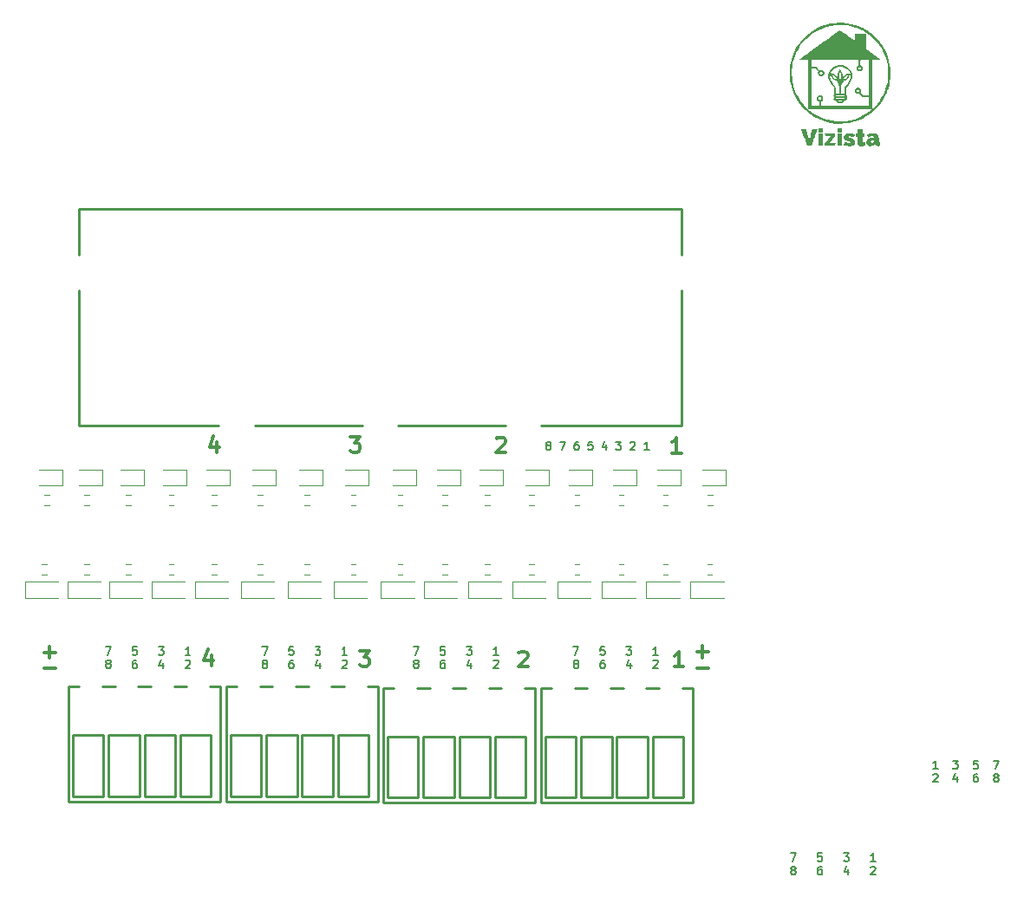
<source format=gto>
G04 #@! TF.GenerationSoftware,KiCad,Pcbnew,(6.0.9)*
G04 #@! TF.CreationDate,2023-11-10T22:20:43+05:30*
G04 #@! TF.ProjectId,RJ45-To-Terminal,524a3435-2d54-46f2-9d54-65726d696e61,2*
G04 #@! TF.SameCoordinates,Original*
G04 #@! TF.FileFunction,Legend,Top*
G04 #@! TF.FilePolarity,Positive*
%FSLAX46Y46*%
G04 Gerber Fmt 4.6, Leading zero omitted, Abs format (unit mm)*
G04 Created by KiCad (PCBNEW (6.0.9)) date 2023-11-10 22:20:43*
%MOMM*%
%LPD*%
G01*
G04 APERTURE LIST*
%ADD10C,0.300000*%
%ADD11C,0.200000*%
%ADD12C,0.254000*%
%ADD13C,0.120000*%
G04 APERTURE END LIST*
D10*
X179346171Y-107002971D02*
X178489028Y-107002971D01*
X178917600Y-107002971D02*
X178917600Y-105502971D01*
X178774742Y-105717257D01*
X178631885Y-105860114D01*
X178489028Y-105931542D01*
X133280114Y-105850571D02*
X133280114Y-106850571D01*
X132922971Y-105279142D02*
X132565828Y-106350571D01*
X133494400Y-106350571D01*
X163299828Y-105645828D02*
X163371257Y-105574400D01*
X163514114Y-105502971D01*
X163871257Y-105502971D01*
X164014114Y-105574400D01*
X164085542Y-105645828D01*
X164156971Y-105788685D01*
X164156971Y-105931542D01*
X164085542Y-106145828D01*
X163228400Y-107002971D01*
X164156971Y-107002971D01*
X147785200Y-105452171D02*
X148713771Y-105452171D01*
X148213771Y-106023600D01*
X148428057Y-106023600D01*
X148570914Y-106095028D01*
X148642342Y-106166457D01*
X148713771Y-106309314D01*
X148713771Y-106666457D01*
X148642342Y-106809314D01*
X148570914Y-106880742D01*
X148428057Y-106952171D01*
X147999485Y-106952171D01*
X147856628Y-106880742D01*
X147785200Y-106809314D01*
D11*
X122949219Y-105039104D02*
X123482552Y-105039104D01*
X123139695Y-105839104D01*
X125996838Y-105039104D02*
X125615885Y-105039104D01*
X125577790Y-105420057D01*
X125615885Y-105381961D01*
X125692076Y-105343866D01*
X125882552Y-105343866D01*
X125958742Y-105381961D01*
X125996838Y-105420057D01*
X126034933Y-105496247D01*
X126034933Y-105686723D01*
X125996838Y-105762914D01*
X125958742Y-105801009D01*
X125882552Y-105839104D01*
X125692076Y-105839104D01*
X125615885Y-105801009D01*
X125577790Y-105762914D01*
X128130171Y-105039104D02*
X128625409Y-105039104D01*
X128358742Y-105343866D01*
X128473028Y-105343866D01*
X128549219Y-105381961D01*
X128587314Y-105420057D01*
X128625409Y-105496247D01*
X128625409Y-105686723D01*
X128587314Y-105762914D01*
X128549219Y-105801009D01*
X128473028Y-105839104D01*
X128244457Y-105839104D01*
X128168266Y-105801009D01*
X128130171Y-105762914D01*
X131215885Y-105839104D02*
X130758742Y-105839104D01*
X130987314Y-105839104D02*
X130987314Y-105039104D01*
X130911123Y-105153390D01*
X130834933Y-105229580D01*
X130758742Y-105267676D01*
X123139695Y-106669961D02*
X123063504Y-106631866D01*
X123025409Y-106593771D01*
X122987314Y-106517580D01*
X122987314Y-106479485D01*
X123025409Y-106403295D01*
X123063504Y-106365200D01*
X123139695Y-106327104D01*
X123292076Y-106327104D01*
X123368266Y-106365200D01*
X123406361Y-106403295D01*
X123444457Y-106479485D01*
X123444457Y-106517580D01*
X123406361Y-106593771D01*
X123368266Y-106631866D01*
X123292076Y-106669961D01*
X123139695Y-106669961D01*
X123063504Y-106708057D01*
X123025409Y-106746152D01*
X122987314Y-106822342D01*
X122987314Y-106974723D01*
X123025409Y-107050914D01*
X123063504Y-107089009D01*
X123139695Y-107127104D01*
X123292076Y-107127104D01*
X123368266Y-107089009D01*
X123406361Y-107050914D01*
X123444457Y-106974723D01*
X123444457Y-106822342D01*
X123406361Y-106746152D01*
X123368266Y-106708057D01*
X123292076Y-106669961D01*
X125958742Y-106327104D02*
X125806361Y-106327104D01*
X125730171Y-106365200D01*
X125692076Y-106403295D01*
X125615885Y-106517580D01*
X125577790Y-106669961D01*
X125577790Y-106974723D01*
X125615885Y-107050914D01*
X125653980Y-107089009D01*
X125730171Y-107127104D01*
X125882552Y-107127104D01*
X125958742Y-107089009D01*
X125996838Y-107050914D01*
X126034933Y-106974723D01*
X126034933Y-106784247D01*
X125996838Y-106708057D01*
X125958742Y-106669961D01*
X125882552Y-106631866D01*
X125730171Y-106631866D01*
X125653980Y-106669961D01*
X125615885Y-106708057D01*
X125577790Y-106784247D01*
X128549219Y-106593771D02*
X128549219Y-107127104D01*
X128358742Y-106289009D02*
X128168266Y-106860438D01*
X128663504Y-106860438D01*
X130758742Y-106403295D02*
X130796838Y-106365200D01*
X130873028Y-106327104D01*
X131063504Y-106327104D01*
X131139695Y-106365200D01*
X131177790Y-106403295D01*
X131215885Y-106479485D01*
X131215885Y-106555676D01*
X131177790Y-106669961D01*
X130720647Y-107127104D01*
X131215885Y-107127104D01*
X138240019Y-105039104D02*
X138773352Y-105039104D01*
X138430495Y-105839104D01*
X141287638Y-105039104D02*
X140906685Y-105039104D01*
X140868590Y-105420057D01*
X140906685Y-105381961D01*
X140982876Y-105343866D01*
X141173352Y-105343866D01*
X141249542Y-105381961D01*
X141287638Y-105420057D01*
X141325733Y-105496247D01*
X141325733Y-105686723D01*
X141287638Y-105762914D01*
X141249542Y-105801009D01*
X141173352Y-105839104D01*
X140982876Y-105839104D01*
X140906685Y-105801009D01*
X140868590Y-105762914D01*
X143420971Y-105039104D02*
X143916209Y-105039104D01*
X143649542Y-105343866D01*
X143763828Y-105343866D01*
X143840019Y-105381961D01*
X143878114Y-105420057D01*
X143916209Y-105496247D01*
X143916209Y-105686723D01*
X143878114Y-105762914D01*
X143840019Y-105801009D01*
X143763828Y-105839104D01*
X143535257Y-105839104D01*
X143459066Y-105801009D01*
X143420971Y-105762914D01*
X146506685Y-105839104D02*
X146049542Y-105839104D01*
X146278114Y-105839104D02*
X146278114Y-105039104D01*
X146201923Y-105153390D01*
X146125733Y-105229580D01*
X146049542Y-105267676D01*
X138430495Y-106669961D02*
X138354304Y-106631866D01*
X138316209Y-106593771D01*
X138278114Y-106517580D01*
X138278114Y-106479485D01*
X138316209Y-106403295D01*
X138354304Y-106365200D01*
X138430495Y-106327104D01*
X138582876Y-106327104D01*
X138659066Y-106365200D01*
X138697161Y-106403295D01*
X138735257Y-106479485D01*
X138735257Y-106517580D01*
X138697161Y-106593771D01*
X138659066Y-106631866D01*
X138582876Y-106669961D01*
X138430495Y-106669961D01*
X138354304Y-106708057D01*
X138316209Y-106746152D01*
X138278114Y-106822342D01*
X138278114Y-106974723D01*
X138316209Y-107050914D01*
X138354304Y-107089009D01*
X138430495Y-107127104D01*
X138582876Y-107127104D01*
X138659066Y-107089009D01*
X138697161Y-107050914D01*
X138735257Y-106974723D01*
X138735257Y-106822342D01*
X138697161Y-106746152D01*
X138659066Y-106708057D01*
X138582876Y-106669961D01*
X141249542Y-106327104D02*
X141097161Y-106327104D01*
X141020971Y-106365200D01*
X140982876Y-106403295D01*
X140906685Y-106517580D01*
X140868590Y-106669961D01*
X140868590Y-106974723D01*
X140906685Y-107050914D01*
X140944780Y-107089009D01*
X141020971Y-107127104D01*
X141173352Y-107127104D01*
X141249542Y-107089009D01*
X141287638Y-107050914D01*
X141325733Y-106974723D01*
X141325733Y-106784247D01*
X141287638Y-106708057D01*
X141249542Y-106669961D01*
X141173352Y-106631866D01*
X141020971Y-106631866D01*
X140944780Y-106669961D01*
X140906685Y-106708057D01*
X140868590Y-106784247D01*
X143840019Y-106593771D02*
X143840019Y-107127104D01*
X143649542Y-106289009D02*
X143459066Y-106860438D01*
X143954304Y-106860438D01*
X146049542Y-106403295D02*
X146087638Y-106365200D01*
X146163828Y-106327104D01*
X146354304Y-106327104D01*
X146430495Y-106365200D01*
X146468590Y-106403295D01*
X146506685Y-106479485D01*
X146506685Y-106555676D01*
X146468590Y-106669961D01*
X146011447Y-107127104D01*
X146506685Y-107127104D01*
X153022819Y-105039104D02*
X153556152Y-105039104D01*
X153213295Y-105839104D01*
X156070438Y-105039104D02*
X155689485Y-105039104D01*
X155651390Y-105420057D01*
X155689485Y-105381961D01*
X155765676Y-105343866D01*
X155956152Y-105343866D01*
X156032342Y-105381961D01*
X156070438Y-105420057D01*
X156108533Y-105496247D01*
X156108533Y-105686723D01*
X156070438Y-105762914D01*
X156032342Y-105801009D01*
X155956152Y-105839104D01*
X155765676Y-105839104D01*
X155689485Y-105801009D01*
X155651390Y-105762914D01*
X158203771Y-105039104D02*
X158699009Y-105039104D01*
X158432342Y-105343866D01*
X158546628Y-105343866D01*
X158622819Y-105381961D01*
X158660914Y-105420057D01*
X158699009Y-105496247D01*
X158699009Y-105686723D01*
X158660914Y-105762914D01*
X158622819Y-105801009D01*
X158546628Y-105839104D01*
X158318057Y-105839104D01*
X158241866Y-105801009D01*
X158203771Y-105762914D01*
X161289485Y-105839104D02*
X160832342Y-105839104D01*
X161060914Y-105839104D02*
X161060914Y-105039104D01*
X160984723Y-105153390D01*
X160908533Y-105229580D01*
X160832342Y-105267676D01*
X153213295Y-106669961D02*
X153137104Y-106631866D01*
X153099009Y-106593771D01*
X153060914Y-106517580D01*
X153060914Y-106479485D01*
X153099009Y-106403295D01*
X153137104Y-106365200D01*
X153213295Y-106327104D01*
X153365676Y-106327104D01*
X153441866Y-106365200D01*
X153479961Y-106403295D01*
X153518057Y-106479485D01*
X153518057Y-106517580D01*
X153479961Y-106593771D01*
X153441866Y-106631866D01*
X153365676Y-106669961D01*
X153213295Y-106669961D01*
X153137104Y-106708057D01*
X153099009Y-106746152D01*
X153060914Y-106822342D01*
X153060914Y-106974723D01*
X153099009Y-107050914D01*
X153137104Y-107089009D01*
X153213295Y-107127104D01*
X153365676Y-107127104D01*
X153441866Y-107089009D01*
X153479961Y-107050914D01*
X153518057Y-106974723D01*
X153518057Y-106822342D01*
X153479961Y-106746152D01*
X153441866Y-106708057D01*
X153365676Y-106669961D01*
X156032342Y-106327104D02*
X155879961Y-106327104D01*
X155803771Y-106365200D01*
X155765676Y-106403295D01*
X155689485Y-106517580D01*
X155651390Y-106669961D01*
X155651390Y-106974723D01*
X155689485Y-107050914D01*
X155727580Y-107089009D01*
X155803771Y-107127104D01*
X155956152Y-107127104D01*
X156032342Y-107089009D01*
X156070438Y-107050914D01*
X156108533Y-106974723D01*
X156108533Y-106784247D01*
X156070438Y-106708057D01*
X156032342Y-106669961D01*
X155956152Y-106631866D01*
X155803771Y-106631866D01*
X155727580Y-106669961D01*
X155689485Y-106708057D01*
X155651390Y-106784247D01*
X158622819Y-106593771D02*
X158622819Y-107127104D01*
X158432342Y-106289009D02*
X158241866Y-106860438D01*
X158737104Y-106860438D01*
X160832342Y-106403295D02*
X160870438Y-106365200D01*
X160946628Y-106327104D01*
X161137104Y-106327104D01*
X161213295Y-106365200D01*
X161251390Y-106403295D01*
X161289485Y-106479485D01*
X161289485Y-106555676D01*
X161251390Y-106669961D01*
X160794247Y-107127104D01*
X161289485Y-107127104D01*
X168618419Y-105039104D02*
X169151752Y-105039104D01*
X168808895Y-105839104D01*
X171666038Y-105039104D02*
X171285085Y-105039104D01*
X171246990Y-105420057D01*
X171285085Y-105381961D01*
X171361276Y-105343866D01*
X171551752Y-105343866D01*
X171627942Y-105381961D01*
X171666038Y-105420057D01*
X171704133Y-105496247D01*
X171704133Y-105686723D01*
X171666038Y-105762914D01*
X171627942Y-105801009D01*
X171551752Y-105839104D01*
X171361276Y-105839104D01*
X171285085Y-105801009D01*
X171246990Y-105762914D01*
X173799371Y-105039104D02*
X174294609Y-105039104D01*
X174027942Y-105343866D01*
X174142228Y-105343866D01*
X174218419Y-105381961D01*
X174256514Y-105420057D01*
X174294609Y-105496247D01*
X174294609Y-105686723D01*
X174256514Y-105762914D01*
X174218419Y-105801009D01*
X174142228Y-105839104D01*
X173913657Y-105839104D01*
X173837466Y-105801009D01*
X173799371Y-105762914D01*
X176885085Y-105839104D02*
X176427942Y-105839104D01*
X176656514Y-105839104D02*
X176656514Y-105039104D01*
X176580323Y-105153390D01*
X176504133Y-105229580D01*
X176427942Y-105267676D01*
X168808895Y-106669961D02*
X168732704Y-106631866D01*
X168694609Y-106593771D01*
X168656514Y-106517580D01*
X168656514Y-106479485D01*
X168694609Y-106403295D01*
X168732704Y-106365200D01*
X168808895Y-106327104D01*
X168961276Y-106327104D01*
X169037466Y-106365200D01*
X169075561Y-106403295D01*
X169113657Y-106479485D01*
X169113657Y-106517580D01*
X169075561Y-106593771D01*
X169037466Y-106631866D01*
X168961276Y-106669961D01*
X168808895Y-106669961D01*
X168732704Y-106708057D01*
X168694609Y-106746152D01*
X168656514Y-106822342D01*
X168656514Y-106974723D01*
X168694609Y-107050914D01*
X168732704Y-107089009D01*
X168808895Y-107127104D01*
X168961276Y-107127104D01*
X169037466Y-107089009D01*
X169075561Y-107050914D01*
X169113657Y-106974723D01*
X169113657Y-106822342D01*
X169075561Y-106746152D01*
X169037466Y-106708057D01*
X168961276Y-106669961D01*
X171627942Y-106327104D02*
X171475561Y-106327104D01*
X171399371Y-106365200D01*
X171361276Y-106403295D01*
X171285085Y-106517580D01*
X171246990Y-106669961D01*
X171246990Y-106974723D01*
X171285085Y-107050914D01*
X171323180Y-107089009D01*
X171399371Y-107127104D01*
X171551752Y-107127104D01*
X171627942Y-107089009D01*
X171666038Y-107050914D01*
X171704133Y-106974723D01*
X171704133Y-106784247D01*
X171666038Y-106708057D01*
X171627942Y-106669961D01*
X171551752Y-106631866D01*
X171399371Y-106631866D01*
X171323180Y-106669961D01*
X171285085Y-106708057D01*
X171246990Y-106784247D01*
X174218419Y-106593771D02*
X174218419Y-107127104D01*
X174027942Y-106289009D02*
X173837466Y-106860438D01*
X174332704Y-106860438D01*
X176427942Y-106403295D02*
X176466038Y-106365200D01*
X176542228Y-106327104D01*
X176732704Y-106327104D01*
X176808895Y-106365200D01*
X176846990Y-106403295D01*
X176885085Y-106479485D01*
X176885085Y-106555676D01*
X176846990Y-106669961D01*
X176389847Y-107127104D01*
X176885085Y-107127104D01*
X189852819Y-125206704D02*
X190386152Y-125206704D01*
X190043295Y-126006704D01*
X192900438Y-125206704D02*
X192519485Y-125206704D01*
X192481390Y-125587657D01*
X192519485Y-125549561D01*
X192595676Y-125511466D01*
X192786152Y-125511466D01*
X192862342Y-125549561D01*
X192900438Y-125587657D01*
X192938533Y-125663847D01*
X192938533Y-125854323D01*
X192900438Y-125930514D01*
X192862342Y-125968609D01*
X192786152Y-126006704D01*
X192595676Y-126006704D01*
X192519485Y-125968609D01*
X192481390Y-125930514D01*
X195033771Y-125206704D02*
X195529009Y-125206704D01*
X195262342Y-125511466D01*
X195376628Y-125511466D01*
X195452819Y-125549561D01*
X195490914Y-125587657D01*
X195529009Y-125663847D01*
X195529009Y-125854323D01*
X195490914Y-125930514D01*
X195452819Y-125968609D01*
X195376628Y-126006704D01*
X195148057Y-126006704D01*
X195071866Y-125968609D01*
X195033771Y-125930514D01*
X198119485Y-126006704D02*
X197662342Y-126006704D01*
X197890914Y-126006704D02*
X197890914Y-125206704D01*
X197814723Y-125320990D01*
X197738533Y-125397180D01*
X197662342Y-125435276D01*
X190043295Y-126837561D02*
X189967104Y-126799466D01*
X189929009Y-126761371D01*
X189890914Y-126685180D01*
X189890914Y-126647085D01*
X189929009Y-126570895D01*
X189967104Y-126532800D01*
X190043295Y-126494704D01*
X190195676Y-126494704D01*
X190271866Y-126532800D01*
X190309961Y-126570895D01*
X190348057Y-126647085D01*
X190348057Y-126685180D01*
X190309961Y-126761371D01*
X190271866Y-126799466D01*
X190195676Y-126837561D01*
X190043295Y-126837561D01*
X189967104Y-126875657D01*
X189929009Y-126913752D01*
X189890914Y-126989942D01*
X189890914Y-127142323D01*
X189929009Y-127218514D01*
X189967104Y-127256609D01*
X190043295Y-127294704D01*
X190195676Y-127294704D01*
X190271866Y-127256609D01*
X190309961Y-127218514D01*
X190348057Y-127142323D01*
X190348057Y-126989942D01*
X190309961Y-126913752D01*
X190271866Y-126875657D01*
X190195676Y-126837561D01*
X192862342Y-126494704D02*
X192709961Y-126494704D01*
X192633771Y-126532800D01*
X192595676Y-126570895D01*
X192519485Y-126685180D01*
X192481390Y-126837561D01*
X192481390Y-127142323D01*
X192519485Y-127218514D01*
X192557580Y-127256609D01*
X192633771Y-127294704D01*
X192786152Y-127294704D01*
X192862342Y-127256609D01*
X192900438Y-127218514D01*
X192938533Y-127142323D01*
X192938533Y-126951847D01*
X192900438Y-126875657D01*
X192862342Y-126837561D01*
X192786152Y-126799466D01*
X192633771Y-126799466D01*
X192557580Y-126837561D01*
X192519485Y-126875657D01*
X192481390Y-126951847D01*
X195452819Y-126761371D02*
X195452819Y-127294704D01*
X195262342Y-126456609D02*
X195071866Y-127028038D01*
X195567104Y-127028038D01*
X197662342Y-126570895D02*
X197700438Y-126532800D01*
X197776628Y-126494704D01*
X197967104Y-126494704D01*
X198043295Y-126532800D01*
X198081390Y-126570895D01*
X198119485Y-126647085D01*
X198119485Y-126723276D01*
X198081390Y-126837561D01*
X197624247Y-127294704D01*
X198119485Y-127294704D01*
X204204386Y-116956505D02*
X203747243Y-116956505D01*
X203975815Y-116956505D02*
X203975815Y-116156505D01*
X203899624Y-116270791D01*
X203823434Y-116346981D01*
X203747243Y-116385077D01*
X205690100Y-116156505D02*
X206185339Y-116156505D01*
X205918672Y-116461267D01*
X206032958Y-116461267D01*
X206109148Y-116499362D01*
X206147243Y-116537458D01*
X206185339Y-116613648D01*
X206185339Y-116804124D01*
X206147243Y-116880315D01*
X206109148Y-116918410D01*
X206032958Y-116956505D01*
X205804386Y-116956505D01*
X205728196Y-116918410D01*
X205690100Y-116880315D01*
X208128196Y-116156505D02*
X207747243Y-116156505D01*
X207709148Y-116537458D01*
X207747243Y-116499362D01*
X207823434Y-116461267D01*
X208013910Y-116461267D01*
X208090100Y-116499362D01*
X208128196Y-116537458D01*
X208166291Y-116613648D01*
X208166291Y-116804124D01*
X208128196Y-116880315D01*
X208090100Y-116918410D01*
X208013910Y-116956505D01*
X207823434Y-116956505D01*
X207747243Y-116918410D01*
X207709148Y-116880315D01*
X209652005Y-116156505D02*
X210185339Y-116156505D01*
X209842481Y-116956505D01*
X203747243Y-117520696D02*
X203785339Y-117482601D01*
X203861529Y-117444505D01*
X204052005Y-117444505D01*
X204128196Y-117482601D01*
X204166291Y-117520696D01*
X204204386Y-117596886D01*
X204204386Y-117673077D01*
X204166291Y-117787362D01*
X203709148Y-118244505D01*
X204204386Y-118244505D01*
X206109148Y-117711172D02*
X206109148Y-118244505D01*
X205918672Y-117406410D02*
X205728196Y-117977839D01*
X206223434Y-117977839D01*
X208090100Y-117444505D02*
X207937720Y-117444505D01*
X207861529Y-117482601D01*
X207823434Y-117520696D01*
X207747243Y-117634981D01*
X207709148Y-117787362D01*
X207709148Y-118092124D01*
X207747243Y-118168315D01*
X207785339Y-118206410D01*
X207861529Y-118244505D01*
X208013910Y-118244505D01*
X208090100Y-118206410D01*
X208128196Y-118168315D01*
X208166291Y-118092124D01*
X208166291Y-117901648D01*
X208128196Y-117825458D01*
X208090100Y-117787362D01*
X208013910Y-117749267D01*
X207861529Y-117749267D01*
X207785339Y-117787362D01*
X207747243Y-117825458D01*
X207709148Y-117901648D01*
X209842481Y-117787362D02*
X209766291Y-117749267D01*
X209728196Y-117711172D01*
X209690100Y-117634981D01*
X209690100Y-117596886D01*
X209728196Y-117520696D01*
X209766291Y-117482601D01*
X209842481Y-117444505D01*
X209994862Y-117444505D01*
X210071053Y-117482601D01*
X210109148Y-117520696D01*
X210147243Y-117596886D01*
X210147243Y-117634981D01*
X210109148Y-117711172D01*
X210071053Y-117749267D01*
X209994862Y-117787362D01*
X209842481Y-117787362D01*
X209766291Y-117825458D01*
X209728196Y-117863553D01*
X209690100Y-117939743D01*
X209690100Y-118092124D01*
X209728196Y-118168315D01*
X209766291Y-118206410D01*
X209842481Y-118244505D01*
X209994862Y-118244505D01*
X210071053Y-118206410D01*
X210109148Y-118168315D01*
X210147243Y-118092124D01*
X210147243Y-117939743D01*
X210109148Y-117863553D01*
X210071053Y-117825458D01*
X209994862Y-117787362D01*
X166116609Y-85350361D02*
X166040419Y-85312266D01*
X166002323Y-85274171D01*
X165964228Y-85197980D01*
X165964228Y-85159885D01*
X166002323Y-85083695D01*
X166040419Y-85045600D01*
X166116609Y-85007504D01*
X166268990Y-85007504D01*
X166345180Y-85045600D01*
X166383276Y-85083695D01*
X166421371Y-85159885D01*
X166421371Y-85197980D01*
X166383276Y-85274171D01*
X166345180Y-85312266D01*
X166268990Y-85350361D01*
X166116609Y-85350361D01*
X166040419Y-85388457D01*
X166002323Y-85426552D01*
X165964228Y-85502742D01*
X165964228Y-85655123D01*
X166002323Y-85731314D01*
X166040419Y-85769409D01*
X166116609Y-85807504D01*
X166268990Y-85807504D01*
X166345180Y-85769409D01*
X166383276Y-85731314D01*
X166421371Y-85655123D01*
X166421371Y-85502742D01*
X166383276Y-85426552D01*
X166345180Y-85388457D01*
X166268990Y-85350361D01*
X167297561Y-85007504D02*
X167830895Y-85007504D01*
X167488038Y-85807504D01*
X169088038Y-85007504D02*
X168935657Y-85007504D01*
X168859466Y-85045600D01*
X168821371Y-85083695D01*
X168745180Y-85197980D01*
X168707085Y-85350361D01*
X168707085Y-85655123D01*
X168745180Y-85731314D01*
X168783276Y-85769409D01*
X168859466Y-85807504D01*
X169011847Y-85807504D01*
X169088038Y-85769409D01*
X169126133Y-85731314D01*
X169164228Y-85655123D01*
X169164228Y-85464647D01*
X169126133Y-85388457D01*
X169088038Y-85350361D01*
X169011847Y-85312266D01*
X168859466Y-85312266D01*
X168783276Y-85350361D01*
X168745180Y-85388457D01*
X168707085Y-85464647D01*
X170497561Y-85007504D02*
X170116609Y-85007504D01*
X170078514Y-85388457D01*
X170116609Y-85350361D01*
X170192800Y-85312266D01*
X170383276Y-85312266D01*
X170459466Y-85350361D01*
X170497561Y-85388457D01*
X170535657Y-85464647D01*
X170535657Y-85655123D01*
X170497561Y-85731314D01*
X170459466Y-85769409D01*
X170383276Y-85807504D01*
X170192800Y-85807504D01*
X170116609Y-85769409D01*
X170078514Y-85731314D01*
X171830895Y-85274171D02*
X171830895Y-85807504D01*
X171640419Y-84969409D02*
X171449942Y-85540838D01*
X171945180Y-85540838D01*
X172783276Y-85007504D02*
X173278514Y-85007504D01*
X173011847Y-85312266D01*
X173126133Y-85312266D01*
X173202323Y-85350361D01*
X173240419Y-85388457D01*
X173278514Y-85464647D01*
X173278514Y-85655123D01*
X173240419Y-85731314D01*
X173202323Y-85769409D01*
X173126133Y-85807504D01*
X172897561Y-85807504D01*
X172821371Y-85769409D01*
X172783276Y-85731314D01*
X174192800Y-85083695D02*
X174230895Y-85045600D01*
X174307085Y-85007504D01*
X174497561Y-85007504D01*
X174573752Y-85045600D01*
X174611847Y-85083695D01*
X174649942Y-85159885D01*
X174649942Y-85236076D01*
X174611847Y-85350361D01*
X174154704Y-85807504D01*
X174649942Y-85807504D01*
X176021371Y-85807504D02*
X175564228Y-85807504D01*
X175792800Y-85807504D02*
X175792800Y-85007504D01*
X175716609Y-85121790D01*
X175640419Y-85197980D01*
X175564228Y-85236076D01*
D10*
X133838914Y-85022571D02*
X133838914Y-86022571D01*
X133481771Y-84451142D02*
X133124628Y-85522571D01*
X134053200Y-85522571D01*
X180682971Y-105517142D02*
X181825828Y-105517142D01*
X181254400Y-106088571D02*
X181254400Y-104945714D01*
X180682971Y-107091942D02*
X181825828Y-107091942D01*
X146870800Y-84522571D02*
X147799371Y-84522571D01*
X147299371Y-85094000D01*
X147513657Y-85094000D01*
X147656514Y-85165428D01*
X147727942Y-85236857D01*
X147799371Y-85379714D01*
X147799371Y-85736857D01*
X147727942Y-85879714D01*
X147656514Y-85951142D01*
X147513657Y-86022571D01*
X147085085Y-86022571D01*
X146942228Y-85951142D01*
X146870800Y-85879714D01*
X116928971Y-105567942D02*
X118071828Y-105567942D01*
X117500400Y-106139371D02*
X117500400Y-104996514D01*
X116928971Y-107142742D02*
X118071828Y-107142742D01*
X161115428Y-84716228D02*
X161186857Y-84644800D01*
X161329714Y-84573371D01*
X161686857Y-84573371D01*
X161829714Y-84644800D01*
X161901142Y-84716228D01*
X161972571Y-84859085D01*
X161972571Y-85001942D01*
X161901142Y-85216228D01*
X161044000Y-86073371D01*
X161972571Y-86073371D01*
X179142971Y-86124171D02*
X178285828Y-86124171D01*
X178714400Y-86124171D02*
X178714400Y-84624171D01*
X178571542Y-84838457D01*
X178428685Y-84981314D01*
X178285828Y-85052742D01*
G36*
X191092285Y-47680562D02*
G01*
X190635410Y-47675087D01*
X190781660Y-47571725D01*
X190836738Y-47532589D01*
X190924309Y-47470074D01*
X191043800Y-47384591D01*
X191194636Y-47276552D01*
X191376242Y-47146370D01*
X191588044Y-46994456D01*
X191829468Y-46821224D01*
X192099939Y-46627084D01*
X192398883Y-46412450D01*
X192725724Y-46177733D01*
X193079890Y-45923345D01*
X193460804Y-45649699D01*
X193581022Y-45563327D01*
X193764485Y-45431927D01*
X193938789Y-45307887D01*
X194101031Y-45193221D01*
X194248306Y-45089944D01*
X194377710Y-45000071D01*
X194486339Y-44925616D01*
X194571290Y-44868594D01*
X194629658Y-44831018D01*
X194658539Y-44814904D01*
X194660573Y-44814435D01*
X194684226Y-44826258D01*
X194737221Y-44859560D01*
X194815947Y-44911865D01*
X194916796Y-44980698D01*
X195036159Y-45063581D01*
X195170427Y-45158039D01*
X195315991Y-45261594D01*
X195398880Y-45321043D01*
X196101607Y-45826474D01*
X196111791Y-45487910D01*
X196121976Y-45149346D01*
X197221896Y-45149346D01*
X197234514Y-46636274D01*
X197380971Y-46739919D01*
X197432845Y-46776806D01*
X197512682Y-46833809D01*
X197615368Y-46907265D01*
X197735787Y-46993511D01*
X197868824Y-47088883D01*
X198009365Y-47189720D01*
X198106307Y-47259325D01*
X198685186Y-47675087D01*
X198243797Y-47680577D01*
X197802409Y-47686066D01*
X197801259Y-50022999D01*
X197800961Y-50406508D01*
X197800452Y-50750926D01*
X197799716Y-51057898D01*
X197798734Y-51329070D01*
X197797489Y-51566087D01*
X197795964Y-51770595D01*
X197794142Y-51944239D01*
X197792005Y-52088666D01*
X197789535Y-52205520D01*
X197786715Y-52296448D01*
X197783528Y-52363096D01*
X197779957Y-52407108D01*
X197775984Y-52430130D01*
X197775798Y-52430691D01*
X197745492Y-52485863D01*
X197704355Y-52525075D01*
X197700564Y-52527143D01*
X197685710Y-52530789D01*
X197655172Y-52534099D01*
X197607275Y-52537087D01*
X197540345Y-52539768D01*
X197452708Y-52542154D01*
X197342690Y-52544262D01*
X197208618Y-52546105D01*
X197048815Y-52547698D01*
X196861610Y-52549054D01*
X196645327Y-52550188D01*
X196398292Y-52551115D01*
X196118831Y-52551849D01*
X195805270Y-52552403D01*
X195455936Y-52552793D01*
X195069152Y-52553033D01*
X194658941Y-52553135D01*
X191668241Y-52553435D01*
X191608701Y-52493896D01*
X191549161Y-52434356D01*
X191549161Y-48377814D01*
X191895432Y-48377814D01*
X192352774Y-48377814D01*
X192500445Y-48524499D01*
X192648116Y-48671185D01*
X192800217Y-48672174D01*
X192879687Y-48673840D01*
X192931562Y-48680354D01*
X192968982Y-48695897D01*
X193005083Y-48724649D01*
X193025150Y-48743739D01*
X193090719Y-48830826D01*
X193121741Y-48925053D01*
X193121621Y-49019993D01*
X193093762Y-49109215D01*
X193041570Y-49186293D01*
X192968449Y-49244795D01*
X192877801Y-49278296D01*
X192773032Y-49280364D01*
X192743864Y-49274952D01*
X192642591Y-49233409D01*
X192568551Y-49163142D01*
X192523950Y-49067571D01*
X192513023Y-48968512D01*
X192669450Y-48968512D01*
X192686379Y-49018343D01*
X192727808Y-49067607D01*
X192779694Y-49102540D01*
X192814885Y-49111094D01*
X192861955Y-49097540D01*
X192907471Y-49066805D01*
X192947763Y-49006019D01*
X192950562Y-48941144D01*
X192916182Y-48881720D01*
X192900945Y-48868145D01*
X192852170Y-48838587D01*
X192809081Y-48825936D01*
X192808359Y-48825929D01*
X192761780Y-48842528D01*
X192714093Y-48882889D01*
X192679088Y-48932857D01*
X192669450Y-48968512D01*
X192513023Y-48968512D01*
X192510994Y-48950118D01*
X192513022Y-48917049D01*
X192524695Y-48792046D01*
X192397927Y-48666405D01*
X192271160Y-48540765D01*
X191895432Y-48540765D01*
X191895432Y-52207164D01*
X192608343Y-52207164D01*
X192608343Y-51768313D01*
X192539845Y-51731424D01*
X192468544Y-51672355D01*
X192414714Y-51587989D01*
X192386557Y-51492698D01*
X192385368Y-51474988D01*
X192567876Y-51474988D01*
X192576466Y-51534332D01*
X192583769Y-51549253D01*
X192620567Y-51579015D01*
X192675268Y-51599253D01*
X192725114Y-51602019D01*
X192730556Y-51600510D01*
X192770632Y-51578858D01*
X192796755Y-51559291D01*
X192825080Y-51511305D01*
X192830293Y-51447943D01*
X192812209Y-51387502D01*
X192798690Y-51368552D01*
X192747479Y-51338816D01*
X192681992Y-51333600D01*
X192620738Y-51353242D01*
X192604855Y-51365012D01*
X192578148Y-51411478D01*
X192567876Y-51474988D01*
X192385368Y-51474988D01*
X192384285Y-51458847D01*
X192403411Y-51364934D01*
X192456948Y-51274210D01*
X192533453Y-51200777D01*
X192606295Y-51168036D01*
X192696519Y-51156509D01*
X192787152Y-51166231D01*
X192861216Y-51197230D01*
X192865294Y-51200163D01*
X192944376Y-51272524D01*
X192989038Y-51350289D01*
X193005198Y-51444577D01*
X193005536Y-51463700D01*
X192991908Y-51568025D01*
X192947824Y-51650916D01*
X192868487Y-51720922D01*
X192856944Y-51728495D01*
X192793232Y-51769233D01*
X192792448Y-51988199D01*
X192791663Y-52207164D01*
X197456964Y-52207164D01*
X197451459Y-51784510D01*
X197445953Y-51361856D01*
X197166251Y-51351671D01*
X196886548Y-51341487D01*
X196718135Y-51174417D01*
X196645755Y-51103160D01*
X196594826Y-51056147D01*
X196557959Y-51028850D01*
X196527764Y-51016740D01*
X196496852Y-51015292D01*
X196464554Y-51019052D01*
X196385825Y-51019770D01*
X196308020Y-50995128D01*
X196291418Y-50987229D01*
X196202064Y-50928737D01*
X196146505Y-50854579D01*
X196118932Y-50756134D01*
X196116802Y-50736529D01*
X196283920Y-50736529D01*
X196285742Y-50743174D01*
X196323096Y-50803524D01*
X196380880Y-50836893D01*
X196447026Y-50840256D01*
X196509463Y-50810586D01*
X196519169Y-50801711D01*
X196554553Y-50743420D01*
X196556897Y-50682164D01*
X196532183Y-50626679D01*
X196486392Y-50585698D01*
X196425508Y-50567957D01*
X196365860Y-50577860D01*
X196317231Y-50615449D01*
X196286988Y-50674386D01*
X196283920Y-50736529D01*
X196116802Y-50736529D01*
X196115712Y-50726500D01*
X196113695Y-50653079D01*
X196125678Y-50598732D01*
X196156364Y-50542870D01*
X196158353Y-50539851D01*
X196234823Y-50458960D01*
X196332648Y-50408819D01*
X196426507Y-50394333D01*
X196528449Y-50412425D01*
X196615400Y-50461698D01*
X196682207Y-50534649D01*
X196723716Y-50623773D01*
X196734777Y-50721566D01*
X196713695Y-50812592D01*
X196681456Y-50889751D01*
X196981814Y-51190109D01*
X197213884Y-51184322D01*
X197445953Y-51178536D01*
X197445953Y-47715825D01*
X196671936Y-47715825D01*
X196666223Y-47964500D01*
X196660511Y-48213175D01*
X196720439Y-48244165D01*
X196807641Y-48309749D01*
X196864524Y-48395520D01*
X196889708Y-48493090D01*
X196881814Y-48594073D01*
X196839462Y-48690081D01*
X196801540Y-48737151D01*
X196711627Y-48803815D01*
X196611344Y-48834317D01*
X196508561Y-48828553D01*
X196411146Y-48786423D01*
X196357785Y-48742887D01*
X196293650Y-48653487D01*
X196265671Y-48555430D01*
X196267874Y-48523250D01*
X196437693Y-48523250D01*
X196451247Y-48570319D01*
X196481982Y-48615835D01*
X196542768Y-48656127D01*
X196607643Y-48658926D01*
X196667067Y-48624546D01*
X196680642Y-48609309D01*
X196710200Y-48560534D01*
X196722851Y-48517445D01*
X196722858Y-48516723D01*
X196706259Y-48470144D01*
X196665898Y-48422457D01*
X196615930Y-48387452D01*
X196580276Y-48377814D01*
X196530445Y-48394744D01*
X196481180Y-48436172D01*
X196446247Y-48488058D01*
X196437693Y-48523250D01*
X196267874Y-48523250D01*
X196272482Y-48455927D01*
X196312718Y-48362189D01*
X196385014Y-48281428D01*
X196453589Y-48236673D01*
X196473017Y-48224858D01*
X196485886Y-48208232D01*
X196493301Y-48179397D01*
X196496369Y-48130950D01*
X196496199Y-48055491D01*
X196494326Y-47964296D01*
X196488616Y-47715825D01*
X194192024Y-47710645D01*
X191895432Y-47705466D01*
X191895432Y-48377814D01*
X191549161Y-48377814D01*
X191549161Y-47686037D01*
X191092285Y-47680562D01*
G37*
G36*
X197323592Y-55490274D02*
G01*
X197396019Y-55422771D01*
X197498244Y-55366168D01*
X197504585Y-55363338D01*
X197609496Y-55331781D01*
X197734609Y-55316716D01*
X197862291Y-55319538D01*
X197929714Y-55329737D01*
X197979302Y-55338004D01*
X198000925Y-55331239D01*
X198006044Y-55304659D01*
X198006098Y-55297866D01*
X197998315Y-55240001D01*
X197970975Y-55201990D01*
X197918094Y-55180336D01*
X197833686Y-55171539D01*
X197788733Y-55170837D01*
X197699356Y-55173077D01*
X197634855Y-55182067D01*
X197579507Y-55201210D01*
X197529955Y-55226852D01*
X197474232Y-55257495D01*
X197434573Y-55277841D01*
X197422167Y-55282866D01*
X197410386Y-55265727D01*
X197387073Y-55220467D01*
X197356945Y-55156323D01*
X197352270Y-55145959D01*
X197321457Y-55074593D01*
X197308634Y-55025965D01*
X197318158Y-54991819D01*
X197354387Y-54963902D01*
X197421679Y-54933960D01*
X197475288Y-54912946D01*
X197584282Y-54882609D01*
X197717132Y-54863626D01*
X197858658Y-54856682D01*
X197993678Y-54862465D01*
X198107010Y-54881661D01*
X198115397Y-54884003D01*
X198231632Y-54929725D01*
X198321723Y-54994004D01*
X198388241Y-55081027D01*
X198433756Y-55194984D01*
X198460840Y-55340061D01*
X198470191Y-55461971D01*
X198475079Y-55562192D01*
X198480385Y-55629235D01*
X198487865Y-55670635D01*
X198499276Y-55693930D01*
X198516376Y-55706656D01*
X198528416Y-55711720D01*
X198551270Y-55722915D01*
X198565424Y-55741071D01*
X198572953Y-55774861D01*
X198575928Y-55832956D01*
X198576426Y-55912595D01*
X198574357Y-55994979D01*
X198568820Y-56061009D01*
X198560824Y-56100752D01*
X198556657Y-56107435D01*
X198516781Y-56118130D01*
X198450595Y-56123128D01*
X198372088Y-56122701D01*
X198295248Y-56117121D01*
X198234064Y-56106658D01*
X198216308Y-56100834D01*
X198155175Y-56056653D01*
X198118534Y-56003943D01*
X198085530Y-55934393D01*
X198010168Y-55994718D01*
X197898930Y-56065509D01*
X197778116Y-56111343D01*
X197658982Y-56129036D01*
X197568167Y-56119751D01*
X197446174Y-56071971D01*
X197349023Y-55999312D01*
X197279874Y-55907529D01*
X197241892Y-55802379D01*
X197238239Y-55689617D01*
X197248186Y-55655351D01*
X197664652Y-55655351D01*
X197665213Y-55708492D01*
X197693537Y-55754839D01*
X197740552Y-55781307D01*
X197808837Y-55791939D01*
X197881733Y-55785764D01*
X197931053Y-55768670D01*
X197982389Y-55731301D01*
X198003432Y-55681647D01*
X198005786Y-55646593D01*
X197998943Y-55606774D01*
X197973021Y-55582718D01*
X197920776Y-55570961D01*
X197841481Y-55568030D01*
X197757173Y-55579579D01*
X197696767Y-55610533D01*
X197664652Y-55655351D01*
X197248186Y-55655351D01*
X197270578Y-55578215D01*
X197323592Y-55490274D01*
G37*
G36*
X193005536Y-56107806D02*
G01*
X192800818Y-56113566D01*
X192713165Y-56114658D01*
X192641227Y-56112979D01*
X192594406Y-56108895D01*
X192581852Y-56105079D01*
X192578265Y-56081855D01*
X192575009Y-56023043D01*
X192572202Y-55933794D01*
X192569962Y-55819257D01*
X192568408Y-55684583D01*
X192567657Y-55534920D01*
X192567605Y-55483160D01*
X192567605Y-54875488D01*
X193016318Y-54875488D01*
X193005536Y-56107806D01*
G37*
G36*
X194197116Y-55143059D02*
G01*
X193932321Y-55457538D01*
X193852029Y-55553369D01*
X193781526Y-55638424D01*
X193724747Y-55707881D01*
X193685625Y-55756919D01*
X193668095Y-55780716D01*
X193667525Y-55782052D01*
X193686658Y-55785715D01*
X193739118Y-55788780D01*
X193817494Y-55790975D01*
X193914376Y-55792033D01*
X193943362Y-55792088D01*
X194219199Y-55792088D01*
X194213250Y-55949947D01*
X194207300Y-56107806D01*
X193706913Y-56113246D01*
X193568044Y-56114205D01*
X193442849Y-56114018D01*
X193337035Y-56112781D01*
X193256308Y-56110586D01*
X193206375Y-56107528D01*
X193192599Y-56104759D01*
X193185320Y-56078493D01*
X193180280Y-56024015D01*
X193178672Y-55962917D01*
X193178672Y-55835002D01*
X193454095Y-55508624D01*
X193729518Y-55182245D01*
X193469372Y-55176541D01*
X193209225Y-55170837D01*
X193203241Y-55023163D01*
X193197256Y-54875488D01*
X194197116Y-54875488D01*
X194197116Y-55143059D01*
G37*
G36*
X194838736Y-56107806D02*
G01*
X194634017Y-56113566D01*
X194546365Y-56114658D01*
X194474426Y-56112979D01*
X194427605Y-56108895D01*
X194415052Y-56105079D01*
X194411464Y-56081855D01*
X194408208Y-56023043D01*
X194405401Y-55933794D01*
X194403162Y-55819257D01*
X194401607Y-55684583D01*
X194400856Y-55534920D01*
X194400805Y-55483160D01*
X194400805Y-54875488D01*
X194849518Y-54875488D01*
X194838736Y-56107806D01*
G37*
G36*
X189751254Y-48611108D02*
G01*
X189806310Y-48177126D01*
X189898743Y-47748870D01*
X190027579Y-47330237D01*
X190191848Y-46925125D01*
X190390576Y-46537428D01*
X190559942Y-46262993D01*
X190778443Y-45964070D01*
X191030073Y-45671245D01*
X191307247Y-45392054D01*
X191602382Y-45134034D01*
X191907894Y-44904723D01*
X191966723Y-44864866D01*
X192222516Y-44709866D01*
X192508769Y-44563448D01*
X192815444Y-44429789D01*
X193132503Y-44313063D01*
X193449907Y-44217446D01*
X193628122Y-44173770D01*
X194057816Y-44098602D01*
X194491762Y-44063221D01*
X194927260Y-44067275D01*
X195361613Y-44110412D01*
X195792120Y-44192278D01*
X196216083Y-44312521D01*
X196630803Y-44470789D01*
X196911848Y-44602837D01*
X197295804Y-44820414D01*
X197657250Y-45071102D01*
X197994305Y-45352881D01*
X198305085Y-45663733D01*
X198587705Y-46001638D01*
X198840284Y-46364576D01*
X199060937Y-46750527D01*
X199210085Y-47067206D01*
X199352038Y-47437373D01*
X199459943Y-47809248D01*
X199534954Y-48189080D01*
X199578224Y-48583122D01*
X199590907Y-48997624D01*
X199589059Y-49121278D01*
X199570428Y-49486192D01*
X199531896Y-49823895D01*
X199471513Y-50143743D01*
X199387328Y-50455096D01*
X199277391Y-50767311D01*
X199213326Y-50923925D01*
X199021391Y-51323051D01*
X198796138Y-51700756D01*
X198539708Y-52055256D01*
X198254240Y-52384765D01*
X197941877Y-52687498D01*
X197604758Y-52961670D01*
X197245024Y-53205497D01*
X196864817Y-53417191D01*
X196466276Y-53594970D01*
X196051543Y-53737047D01*
X195745151Y-53816002D01*
X195528115Y-53856843D01*
X195285775Y-53889470D01*
X195030627Y-53913004D01*
X194775166Y-53926568D01*
X194531887Y-53929284D01*
X194313283Y-53920275D01*
X194288776Y-53918320D01*
X193834072Y-53860183D01*
X193393985Y-53764068D01*
X192968818Y-53630091D01*
X192558877Y-53458368D01*
X192164468Y-53249015D01*
X191785896Y-53002146D01*
X191693572Y-52934437D01*
X191566928Y-52833174D01*
X191424100Y-52708504D01*
X191274085Y-52569047D01*
X191125881Y-52423417D01*
X190988484Y-52280231D01*
X190870894Y-52148107D01*
X190864245Y-52140221D01*
X190611782Y-51808815D01*
X190387273Y-51450712D01*
X190192654Y-51070562D01*
X190029860Y-50673015D01*
X189900827Y-50262718D01*
X189807491Y-49844322D01*
X189757158Y-49480668D01*
X189736672Y-49087718D01*
X189963306Y-49087718D01*
X189980889Y-49445278D01*
X190022121Y-49789422D01*
X190086830Y-50110451D01*
X190091652Y-50129538D01*
X190221531Y-50558336D01*
X190386084Y-50965834D01*
X190584975Y-51351556D01*
X190817867Y-51715029D01*
X191084422Y-52055777D01*
X191384302Y-52373325D01*
X191717171Y-52667198D01*
X192082690Y-52936922D01*
X192088936Y-52941129D01*
X192217727Y-53021581D01*
X192373886Y-53109401D01*
X192546174Y-53198964D01*
X192723348Y-53284648D01*
X192894168Y-53360826D01*
X193047391Y-53421877D01*
X193056458Y-53425182D01*
X193471754Y-53554603D01*
X193894589Y-53645375D01*
X194321495Y-53697033D01*
X194749002Y-53709114D01*
X195059288Y-53692692D01*
X195274804Y-53667600D01*
X195509455Y-53629673D01*
X195745004Y-53582287D01*
X195963213Y-53528816D01*
X195999762Y-53518657D01*
X196295511Y-53420201D01*
X196601867Y-53291268D01*
X196909382Y-53136840D01*
X197208605Y-52961897D01*
X197490085Y-52771422D01*
X197650397Y-52648638D01*
X197763889Y-52550822D01*
X197893166Y-52428833D01*
X198029935Y-52291359D01*
X198165902Y-52147085D01*
X198292772Y-52004698D01*
X198402251Y-51872885D01*
X198448596Y-51812693D01*
X198687526Y-51458066D01*
X198894542Y-51080517D01*
X199067609Y-50684814D01*
X199204692Y-50275723D01*
X199303757Y-49858014D01*
X199318960Y-49773082D01*
X199351095Y-49526942D01*
X199369914Y-49255830D01*
X199375417Y-48972908D01*
X199367601Y-48691342D01*
X199346466Y-48424296D01*
X199319137Y-48225047D01*
X199225877Y-47794728D01*
X199095423Y-47379646D01*
X198929056Y-46981651D01*
X198728057Y-46602592D01*
X198493707Y-46244319D01*
X198227287Y-45908683D01*
X197930078Y-45597532D01*
X197603361Y-45312717D01*
X197248418Y-45056087D01*
X197031290Y-44921568D01*
X196650935Y-44722501D01*
X196257492Y-44560889D01*
X195853669Y-44436635D01*
X195442170Y-44349643D01*
X195025701Y-44299816D01*
X194606968Y-44287056D01*
X194188675Y-44311267D01*
X193773529Y-44372351D01*
X193364234Y-44470213D01*
X192963496Y-44604754D01*
X192574022Y-44775878D01*
X192198515Y-44983487D01*
X192016346Y-45101283D01*
X191679928Y-45353924D01*
X191367128Y-45637084D01*
X191080153Y-45947471D01*
X190821208Y-46281791D01*
X190592497Y-46636750D01*
X190396227Y-47009056D01*
X190234602Y-47395414D01*
X190109829Y-47792533D01*
X190054188Y-48031545D01*
X189999782Y-48371152D01*
X189969546Y-48726443D01*
X189963306Y-49087718D01*
X189736672Y-49087718D01*
X189734545Y-49046921D01*
X189751254Y-48611108D01*
G37*
G36*
X194232493Y-51687159D02*
G01*
X194156376Y-51658433D01*
X194093186Y-51611247D01*
X194053473Y-51565864D01*
X194038794Y-51525334D01*
X194042019Y-51471197D01*
X194220478Y-51471197D01*
X194224983Y-51489598D01*
X194227669Y-51494253D01*
X194251683Y-51501373D01*
X194309188Y-51507013D01*
X194392965Y-51511191D01*
X194495797Y-51513924D01*
X194610464Y-51515231D01*
X194729748Y-51515130D01*
X194846430Y-51513638D01*
X194953291Y-51510774D01*
X195043112Y-51506555D01*
X195108676Y-51500999D01*
X195142762Y-51494125D01*
X195145677Y-51491976D01*
X195150646Y-51473740D01*
X195137759Y-51459581D01*
X195103207Y-51449027D01*
X195043180Y-51441609D01*
X194953869Y-51436855D01*
X194831465Y-51434295D01*
X194672157Y-51433459D01*
X194671895Y-51433459D01*
X194518998Y-51433931D01*
X194402687Y-51435974D01*
X194318819Y-51440156D01*
X194263256Y-51447043D01*
X194231856Y-51457201D01*
X194220478Y-51471197D01*
X194042019Y-51471197D01*
X194042128Y-51469372D01*
X194042700Y-51465409D01*
X194052103Y-51392541D01*
X194054132Y-51338818D01*
X194048755Y-51283316D01*
X194042364Y-51242863D01*
X194041109Y-51217576D01*
X194217485Y-51217576D01*
X194232886Y-51250284D01*
X194242946Y-51256706D01*
X194274148Y-51261167D01*
X194337773Y-51264499D01*
X194426326Y-51266744D01*
X194532306Y-51267942D01*
X194648218Y-51268136D01*
X194766563Y-51267366D01*
X194879842Y-51265675D01*
X194980560Y-51263102D01*
X195061217Y-51259691D01*
X195114316Y-51255483D01*
X195131602Y-51251792D01*
X195148888Y-51225095D01*
X195145677Y-51211366D01*
X195122573Y-51202955D01*
X195064033Y-51196549D01*
X194968721Y-51192085D01*
X194835298Y-51189498D01*
X194674583Y-51188720D01*
X194523611Y-51189090D01*
X194408814Y-51190393D01*
X194325634Y-51192915D01*
X194269514Y-51196946D01*
X194235895Y-51202771D01*
X194220221Y-51210680D01*
X194217485Y-51217576D01*
X194041109Y-51217576D01*
X194039156Y-51178235D01*
X194059873Y-51124935D01*
X194075964Y-51101452D01*
X194122658Y-51038296D01*
X194090892Y-50727591D01*
X194059126Y-50416887D01*
X193894377Y-50186645D01*
X193759202Y-49986563D01*
X193655111Y-49806015D01*
X193580433Y-49640313D01*
X193533494Y-49484772D01*
X193514786Y-49350265D01*
X193692740Y-49350265D01*
X193711177Y-49474950D01*
X193750702Y-49603304D01*
X193813562Y-49741045D01*
X193902005Y-49893893D01*
X194018280Y-50067566D01*
X194033301Y-50088800D01*
X194106357Y-50192795D01*
X194159279Y-50273654D01*
X194196018Y-50341097D01*
X194220529Y-50404842D01*
X194236763Y-50474607D01*
X194248673Y-50560113D01*
X194256979Y-50638760D01*
X194267385Y-50739273D01*
X194277431Y-50831110D01*
X194285851Y-50902983D01*
X194290669Y-50939201D01*
X194300806Y-51005400D01*
X194624863Y-51005400D01*
X194624629Y-50302674D01*
X194496687Y-50028438D01*
X194368744Y-49754203D01*
X194251339Y-49725548D01*
X194131706Y-49676338D01*
X194054076Y-49617621D01*
X194485678Y-49617621D01*
X194486955Y-49658807D01*
X194504761Y-49716735D01*
X194540919Y-49799966D01*
X194548479Y-49816095D01*
X194614678Y-49956402D01*
X194620768Y-49815976D01*
X194620879Y-49811417D01*
X194747076Y-49811417D01*
X194748441Y-49879533D01*
X194752017Y-49927998D01*
X194756967Y-49946218D01*
X194770360Y-49929474D01*
X194796098Y-49885511D01*
X194828687Y-49823733D01*
X194829673Y-49821783D01*
X194864935Y-49745340D01*
X194881153Y-49688545D01*
X194881824Y-49637110D01*
X194879287Y-49619209D01*
X194868857Y-49557481D01*
X195012535Y-49557481D01*
X195027308Y-49589725D01*
X195067827Y-49597477D01*
X195132963Y-49577339D01*
X195198276Y-49541262D01*
X195260919Y-49495232D01*
X195314951Y-49444967D01*
X195333259Y-49422967D01*
X195365493Y-49370313D01*
X195396374Y-49308015D01*
X195421091Y-49247678D01*
X195434831Y-49200907D01*
X195433961Y-49180123D01*
X195406115Y-49178392D01*
X195355886Y-49196535D01*
X195292869Y-49229188D01*
X195226659Y-49270988D01*
X195166852Y-49316570D01*
X195133989Y-49347799D01*
X195064745Y-49433119D01*
X195024637Y-49504146D01*
X195012535Y-49557481D01*
X194868857Y-49557481D01*
X194866085Y-49541072D01*
X194806581Y-49608844D01*
X194773665Y-49651081D01*
X194755696Y-49692387D01*
X194748307Y-49747636D01*
X194747076Y-49811417D01*
X194620879Y-49811417D01*
X194622625Y-49739416D01*
X194617784Y-49690243D01*
X194602941Y-49655250D01*
X194574791Y-49621226D01*
X194571079Y-49617329D01*
X194530664Y-49581476D01*
X194506223Y-49577284D01*
X194499102Y-49584620D01*
X194485678Y-49617621D01*
X194054076Y-49617621D01*
X194020098Y-49591921D01*
X193920973Y-49477669D01*
X193838788Y-49338957D01*
X193780626Y-49187971D01*
X193932157Y-49187971D01*
X193944434Y-49228897D01*
X193969428Y-49286140D01*
X194002576Y-49350665D01*
X194039320Y-49413437D01*
X194075097Y-49465419D01*
X194098303Y-49491657D01*
X194166529Y-49544806D01*
X194234569Y-49580730D01*
X194294086Y-49596753D01*
X194336744Y-49590199D01*
X194351353Y-49572906D01*
X194351071Y-49521760D01*
X194322357Y-49456848D01*
X194271431Y-49385825D01*
X194204515Y-49316347D01*
X194127827Y-49256069D01*
X194064718Y-49220125D01*
X194003451Y-49193558D01*
X193955152Y-49176219D01*
X193937157Y-49172399D01*
X193932157Y-49187971D01*
X193780626Y-49187971D01*
X193778002Y-49181158D01*
X193767389Y-49142222D01*
X193754532Y-49081013D01*
X193755894Y-49044274D01*
X193772364Y-49017980D01*
X193775472Y-49014786D01*
X193794889Y-49000013D01*
X193819956Y-48995916D01*
X193860071Y-49003659D01*
X193924631Y-49024402D01*
X193963452Y-49038036D01*
X194133956Y-49109347D01*
X194266503Y-49189137D01*
X194363246Y-49278764D01*
X194380515Y-49300717D01*
X194443444Y-49386074D01*
X194430210Y-49302660D01*
X194429648Y-49266263D01*
X194566970Y-49266263D01*
X194587381Y-49383114D01*
X194626056Y-49474799D01*
X194661325Y-49520588D01*
X194692722Y-49529742D01*
X194724959Y-49501224D01*
X194756802Y-49446071D01*
X194789699Y-49341491D01*
X194797881Y-49216376D01*
X194781525Y-49082439D01*
X194749685Y-48973604D01*
X194723196Y-48909315D01*
X194700351Y-48863551D01*
X194686201Y-48846298D01*
X194668858Y-48864149D01*
X194645018Y-48910489D01*
X194618877Y-48974494D01*
X194594629Y-49045344D01*
X194576470Y-49112217D01*
X194570348Y-49145151D01*
X194566970Y-49266263D01*
X194429648Y-49266263D01*
X194428445Y-49188413D01*
X194454203Y-49052033D01*
X194505981Y-48899969D01*
X194544492Y-48813055D01*
X194594494Y-48715927D01*
X194636891Y-48655045D01*
X194675406Y-48630836D01*
X194713760Y-48643723D01*
X194755676Y-48694131D01*
X194804877Y-48782485D01*
X194835866Y-48846298D01*
X194877076Y-48938219D01*
X194902749Y-49011729D01*
X194917294Y-49083941D01*
X194925118Y-49171966D01*
X194926530Y-49198248D01*
X194935435Y-49377063D01*
X194994402Y-49296880D01*
X195087400Y-49201687D01*
X195217235Y-49117555D01*
X195381077Y-49046259D01*
X195408584Y-49036724D01*
X195487386Y-49011138D01*
X195537391Y-48998499D01*
X195568072Y-48997796D01*
X195588903Y-49008016D01*
X195598148Y-49016468D01*
X195615200Y-49038161D01*
X195619721Y-49064684D01*
X195611369Y-49107813D01*
X195593804Y-49166618D01*
X195520876Y-49352813D01*
X195430149Y-49502578D01*
X195321277Y-49616294D01*
X195193915Y-49694341D01*
X195080776Y-49730859D01*
X195055043Y-49738937D01*
X195032035Y-49754713D01*
X195007924Y-49783889D01*
X194978878Y-49832171D01*
X194941067Y-49905260D01*
X194890659Y-50008860D01*
X194882180Y-50026537D01*
X194747076Y-50308497D01*
X194747076Y-51005400D01*
X194910027Y-51005400D01*
X194999194Y-51003176D01*
X195052087Y-50996065D01*
X195072950Y-50983406D01*
X195073660Y-50979939D01*
X195075691Y-50951355D01*
X195080804Y-50890239D01*
X195088305Y-50804620D01*
X195097496Y-50702530D01*
X195101059Y-50663575D01*
X195127777Y-50372672D01*
X195227683Y-50230465D01*
X195327819Y-50087471D01*
X195407246Y-49972727D01*
X195469033Y-49881403D01*
X195516247Y-49808672D01*
X195551958Y-49749704D01*
X195579233Y-49699671D01*
X195601141Y-49653744D01*
X195615393Y-49620316D01*
X195661035Y-49467894D01*
X195681332Y-49303537D01*
X195675266Y-49142506D01*
X195654220Y-49037942D01*
X195587485Y-48875309D01*
X195489633Y-48733365D01*
X195365442Y-48613531D01*
X195219689Y-48517230D01*
X195057151Y-48445884D01*
X194882607Y-48400916D01*
X194700833Y-48383747D01*
X194516607Y-48395801D01*
X194334707Y-48438499D01*
X194159909Y-48513263D01*
X194071317Y-48566688D01*
X193926910Y-48686980D01*
X193815501Y-48830525D01*
X193738544Y-48994800D01*
X193697492Y-49177281D01*
X193693142Y-49223530D01*
X193692740Y-49350265D01*
X193514786Y-49350265D01*
X193512622Y-49334706D01*
X193516146Y-49185427D01*
X193521487Y-49141647D01*
X193569238Y-48946222D01*
X193652658Y-48766602D01*
X193768653Y-48606054D01*
X193914132Y-48467846D01*
X194086002Y-48355244D01*
X194281172Y-48271515D01*
X194369439Y-48245722D01*
X194446859Y-48231581D01*
X194547098Y-48220849D01*
X194652270Y-48215274D01*
X194685566Y-48214863D01*
X194917825Y-48232705D01*
X195130578Y-48286283D01*
X195324012Y-48375669D01*
X195498315Y-48500939D01*
X195562202Y-48560590D01*
X195691831Y-48717413D01*
X195785183Y-48889622D01*
X195841861Y-49073314D01*
X195861470Y-49264586D01*
X195843615Y-49459537D01*
X195787899Y-49654264D01*
X195693928Y-49844864D01*
X195692601Y-49847054D01*
X195646133Y-49919616D01*
X195585282Y-50009280D01*
X195520467Y-50100834D01*
X195494802Y-50135876D01*
X195423981Y-50232085D01*
X195372686Y-50306733D01*
X195337119Y-50370026D01*
X195313480Y-50432172D01*
X195297969Y-50503376D01*
X195286786Y-50593847D01*
X195276133Y-50713791D01*
X195275094Y-50726097D01*
X195265463Y-50842707D01*
X195259751Y-50926501D01*
X195258377Y-50985250D01*
X195261762Y-51026726D01*
X195270327Y-51058700D01*
X195284491Y-51088944D01*
X195295820Y-51109436D01*
X195327142Y-51181570D01*
X195330940Y-51244175D01*
X195328862Y-51256342D01*
X195318728Y-51317096D01*
X195317537Y-51369313D01*
X195325337Y-51434036D01*
X195329336Y-51458436D01*
X195333787Y-51508644D01*
X195321937Y-51546739D01*
X195287251Y-51589304D01*
X195271402Y-51605436D01*
X195186439Y-51667874D01*
X195121519Y-51689032D01*
X195060720Y-51707067D01*
X195022655Y-51743967D01*
X195010200Y-51766090D01*
X194960888Y-51838527D01*
X194894383Y-51886536D01*
X194803867Y-51913294D01*
X194682520Y-51921983D01*
X194675785Y-51922000D01*
X194585368Y-51920057D01*
X194523060Y-51912604D01*
X194476351Y-51897204D01*
X194439463Y-51875977D01*
X194385515Y-51828723D01*
X194343710Y-51773010D01*
X194339698Y-51765185D01*
X194306423Y-51716554D01*
X194290462Y-51708783D01*
X194502649Y-51708783D01*
X194520935Y-51728736D01*
X194568191Y-51742807D01*
X194633013Y-51750552D01*
X194703996Y-51751527D01*
X194769739Y-51745287D01*
X194818836Y-51731388D01*
X194833342Y-51721668D01*
X194835449Y-51709879D01*
X194810150Y-51702489D01*
X194752719Y-51698768D01*
X194679859Y-51697942D01*
X194600611Y-51699094D01*
X194539659Y-51702172D01*
X194506247Y-51706611D01*
X194502649Y-51708783D01*
X194290462Y-51708783D01*
X194256309Y-51692155D01*
X194232493Y-51687159D01*
G37*
G36*
X192334432Y-54448760D02*
G01*
X192405975Y-54452167D01*
X192446555Y-54458495D01*
X192461039Y-54468272D01*
X192460641Y-54473203D01*
X192451765Y-54497257D01*
X192430347Y-54555402D01*
X192397909Y-54643496D01*
X192355977Y-54757396D01*
X192306076Y-54892963D01*
X192249730Y-55046055D01*
X192188463Y-55212529D01*
X192158831Y-55293050D01*
X192095575Y-55463949D01*
X192036017Y-55622948D01*
X191981740Y-55765971D01*
X191934321Y-55888937D01*
X191895341Y-55987768D01*
X191866381Y-56058385D01*
X191849019Y-56096708D01*
X191845320Y-56102402D01*
X191811850Y-56111810D01*
X191752221Y-56116977D01*
X191678248Y-56118186D01*
X191601746Y-56115721D01*
X191534531Y-56109868D01*
X191488418Y-56100909D01*
X191475322Y-56093498D01*
X191465170Y-56069713D01*
X191442393Y-56011836D01*
X191408551Y-55923963D01*
X191365200Y-55810192D01*
X191313898Y-55674620D01*
X191256205Y-55521343D01*
X191193676Y-55354459D01*
X191159695Y-55263466D01*
X190859206Y-54457926D01*
X191094879Y-54452164D01*
X191188348Y-54450537D01*
X191265703Y-54450435D01*
X191318572Y-54451784D01*
X191338455Y-54454304D01*
X191346133Y-54475152D01*
X191363763Y-54529911D01*
X191389754Y-54613427D01*
X191422519Y-54720541D01*
X191460467Y-54846098D01*
X191502009Y-54984940D01*
X191502094Y-54985227D01*
X191543671Y-55122667D01*
X191582063Y-55245427D01*
X191615647Y-55348642D01*
X191642799Y-55427453D01*
X191661897Y-55476998D01*
X191671316Y-55492415D01*
X191671424Y-55492308D01*
X191680546Y-55469185D01*
X191699258Y-55412231D01*
X191725922Y-55326773D01*
X191758900Y-55218140D01*
X191796552Y-55091659D01*
X191834510Y-54962056D01*
X191984002Y-54447742D01*
X192227061Y-54447742D01*
X192334432Y-54448760D01*
G37*
G36*
X196849399Y-54676892D02*
G01*
X196855256Y-54865304D01*
X196962192Y-54871461D01*
X197069129Y-54877617D01*
X197069129Y-55221759D01*
X196843778Y-55221759D01*
X196849517Y-55461094D01*
X196855256Y-55700428D01*
X196975523Y-55700914D01*
X197095790Y-55701399D01*
X197133383Y-55860715D01*
X197149822Y-55936960D01*
X197160019Y-55997632D01*
X197162285Y-56032178D01*
X197161343Y-56035618D01*
X197135910Y-56050280D01*
X197081372Y-56069015D01*
X197008762Y-56088917D01*
X196929109Y-56107082D01*
X196853446Y-56120604D01*
X196824702Y-56124287D01*
X196746951Y-56126997D01*
X196670026Y-56121326D01*
X196655340Y-56118856D01*
X196548455Y-56078039D01*
X196462129Y-56002655D01*
X196428027Y-55953380D01*
X196412470Y-55921790D01*
X196401010Y-55883395D01*
X196392790Y-55831096D01*
X196386956Y-55757795D01*
X196382651Y-55656391D01*
X196379805Y-55553224D01*
X196371804Y-55221759D01*
X196234005Y-55221759D01*
X196234005Y-54878069D01*
X196300203Y-54871687D01*
X196366402Y-54865304D01*
X196372259Y-54676892D01*
X196378115Y-54488479D01*
X196843542Y-54488479D01*
X196849399Y-54676892D01*
G37*
G36*
X193015721Y-54773644D02*
G01*
X192567605Y-54773644D01*
X192567605Y-54407004D01*
X193015721Y-54407004D01*
X193015721Y-54773644D01*
G37*
G36*
X195637740Y-54859881D02*
G01*
X195734006Y-54869584D01*
X195834668Y-54887090D01*
X195930860Y-54909967D01*
X196013716Y-54935784D01*
X196074372Y-54962109D01*
X196103963Y-54986510D01*
X196104581Y-54987923D01*
X196099169Y-55015013D01*
X196077564Y-55064104D01*
X196046008Y-55124186D01*
X196010744Y-55184251D01*
X195978015Y-55233288D01*
X195954062Y-55260290D01*
X195948885Y-55262497D01*
X195923394Y-55255776D01*
X195870816Y-55238075D01*
X195802067Y-55213086D01*
X195795404Y-55210585D01*
X195689091Y-55177860D01*
X195596642Y-55163343D01*
X195524156Y-55166940D01*
X195477728Y-55188556D01*
X195463786Y-55215722D01*
X195465275Y-55242345D01*
X195484496Y-55261849D01*
X195529868Y-55280087D01*
X195575815Y-55293603D01*
X195748759Y-55344649D01*
X195885270Y-55392410D01*
X195989199Y-55439691D01*
X196064393Y-55489292D01*
X196114702Y-55544018D01*
X196143973Y-55606672D01*
X196156057Y-55680055D01*
X196156916Y-55716817D01*
X196141161Y-55838459D01*
X196094480Y-55936693D01*
X196014118Y-56015472D01*
X195907849Y-56074259D01*
X195814989Y-56103098D01*
X195700166Y-56122160D01*
X195581457Y-56129183D01*
X195500725Y-56125188D01*
X195394982Y-56109829D01*
X195287918Y-56088295D01*
X195187057Y-56062815D01*
X195099924Y-56035620D01*
X195034040Y-56008939D01*
X194996931Y-55985004D01*
X194991503Y-55974232D01*
X195001072Y-55947442D01*
X195026336Y-55896060D01*
X195062132Y-55830490D01*
X195067753Y-55820660D01*
X195115147Y-55745244D01*
X195150522Y-55705559D01*
X195174689Y-55698620D01*
X195207909Y-55710201D01*
X195267611Y-55731165D01*
X195341864Y-55757321D01*
X195354605Y-55761816D01*
X195457160Y-55791519D01*
X195552471Y-55807385D01*
X195633032Y-55809312D01*
X195691338Y-55797196D01*
X195719885Y-55770933D01*
X195720950Y-55766851D01*
X195721552Y-55748950D01*
X195712153Y-55733267D01*
X195687267Y-55717265D01*
X195641407Y-55698408D01*
X195569088Y-55674159D01*
X195464825Y-55641982D01*
X195424689Y-55629859D01*
X195319088Y-55595788D01*
X195242991Y-55564844D01*
X195185984Y-55532015D01*
X195137657Y-55492286D01*
X195136276Y-55490978D01*
X195067722Y-55401639D01*
X195037501Y-55303381D01*
X195045315Y-55200225D01*
X195090869Y-55096189D01*
X195172755Y-54996367D01*
X195252106Y-54930503D01*
X195335401Y-54887238D01*
X195432369Y-54863717D01*
X195552740Y-54857083D01*
X195637740Y-54859881D01*
G37*
G36*
X194848920Y-54773644D02*
G01*
X194400805Y-54773644D01*
X194400805Y-54407004D01*
X194848920Y-54407004D01*
X194848920Y-54773644D01*
G37*
D12*
X179208400Y-62249400D02*
X120308400Y-62249400D01*
X120308400Y-70189400D02*
X120308400Y-83389400D01*
X179208400Y-70189400D02*
X179208400Y-83389400D01*
X120308400Y-62249400D02*
X120308400Y-66749400D01*
X162023400Y-83389400D02*
X151523400Y-83389400D01*
X147993400Y-83389400D02*
X137493400Y-83389400D01*
X134008400Y-83389400D02*
X120308400Y-83389400D01*
X179208400Y-62249400D02*
X179208400Y-66749400D01*
X179208400Y-83389400D02*
X165508400Y-83389400D01*
D13*
X137249000Y-89254000D02*
X139534000Y-89254000D01*
X139534000Y-89254000D02*
X139534000Y-87784000D01*
X139534000Y-87784000D02*
X137249000Y-87784000D01*
X151480742Y-97990900D02*
X151955258Y-97990900D01*
X151480742Y-96945900D02*
X151955258Y-96945900D01*
D12*
X119346000Y-120137300D02*
X119346000Y-108937300D01*
X133246000Y-113687300D02*
X133246000Y-119686300D01*
X122746000Y-119686300D02*
X119746000Y-119686300D01*
X123246000Y-119686300D02*
X123246000Y-113687300D01*
X130246000Y-113687300D02*
X133246000Y-113687300D01*
X134146000Y-108937300D02*
X133121000Y-108937300D01*
X130871000Y-108937300D02*
X129621000Y-108937300D01*
X119746000Y-113687300D02*
X122746000Y-113687300D01*
X126746000Y-113687300D02*
X129746000Y-113687300D01*
X129746000Y-119686300D02*
X126746000Y-119686300D01*
X133246000Y-119686300D02*
X130246000Y-119686300D01*
X122746000Y-113687300D02*
X122746000Y-119686300D01*
X134146000Y-120137300D02*
X134146000Y-108937300D01*
X130246000Y-119686300D02*
X130246000Y-113687300D01*
X134146000Y-120137300D02*
X119346000Y-120137300D01*
X126246000Y-119686300D02*
X123246000Y-119686300D01*
X127371000Y-108937300D02*
X126121000Y-108937300D01*
X126246000Y-113687300D02*
X126246000Y-119686300D01*
X120371000Y-108937300D02*
X119346000Y-108937300D01*
X123871000Y-108937300D02*
X122621000Y-108937300D01*
X119746000Y-119686300D02*
X119746000Y-113687300D01*
X126746000Y-119686300D02*
X126746000Y-113687300D01*
X129746000Y-113687300D02*
X129746000Y-119686300D01*
X123246000Y-113687300D02*
X126246000Y-113687300D01*
D13*
X140722150Y-98631000D02*
X143962150Y-98631000D01*
X140722150Y-98631000D02*
X140722150Y-100251000D01*
X140722150Y-100251000D02*
X143962150Y-100251000D01*
D12*
X135763400Y-108937300D02*
X134738400Y-108937300D01*
X138638400Y-113687300D02*
X141638400Y-113687300D01*
X138638400Y-119686300D02*
X138638400Y-113687300D01*
X145138400Y-113687300D02*
X145138400Y-119686300D01*
X141638400Y-119686300D02*
X138638400Y-119686300D01*
X145638400Y-113687300D02*
X148638400Y-113687300D01*
X135138400Y-119686300D02*
X135138400Y-113687300D01*
X134738400Y-120137300D02*
X134738400Y-108937300D01*
X146263400Y-108937300D02*
X145013400Y-108937300D01*
X149538400Y-120137300D02*
X134738400Y-120137300D01*
X142138400Y-113687300D02*
X145138400Y-113687300D01*
X138138400Y-113687300D02*
X138138400Y-119686300D01*
X145138400Y-119686300D02*
X142138400Y-119686300D01*
X139263400Y-108937300D02*
X138013400Y-108937300D01*
X148638400Y-119686300D02*
X145638400Y-119686300D01*
X141638400Y-113687300D02*
X141638400Y-119686300D01*
X142763400Y-108937300D02*
X141513400Y-108937300D01*
X135138400Y-113687300D02*
X138138400Y-113687300D01*
X145638400Y-119686300D02*
X145638400Y-113687300D01*
X142138400Y-119686300D02*
X142138400Y-113687300D01*
X148638400Y-113687300D02*
X148638400Y-119686300D01*
X149538400Y-120137300D02*
X149538400Y-108937300D01*
X138138400Y-119686300D02*
X135138400Y-119686300D01*
X149538400Y-108937300D02*
X148513400Y-108937300D01*
D13*
X158347000Y-98631000D02*
X161587000Y-98631000D01*
X158347000Y-98631000D02*
X158347000Y-100251000D01*
X158347000Y-100251000D02*
X161587000Y-100251000D01*
X181179800Y-89254000D02*
X183464800Y-89254000D01*
X183464800Y-89254000D02*
X183464800Y-87784000D01*
X183464800Y-87784000D02*
X181179800Y-87784000D01*
X167079300Y-100251000D02*
X170319300Y-100251000D01*
X167079300Y-98631000D02*
X170319300Y-98631000D01*
X167079300Y-98631000D02*
X167079300Y-100251000D01*
X155294300Y-89254000D02*
X157579300Y-89254000D01*
X157579300Y-89254000D02*
X157579300Y-87784000D01*
X157579300Y-87784000D02*
X155294300Y-87784000D01*
X146901242Y-90199200D02*
X147375758Y-90199200D01*
X146901242Y-91244200D02*
X147375758Y-91244200D01*
X129121242Y-97990900D02*
X129595758Y-97990900D01*
X129121242Y-96945900D02*
X129595758Y-96945900D01*
X135054500Y-87784000D02*
X132769500Y-87784000D01*
X135054500Y-89254000D02*
X135054500Y-87784000D01*
X132769500Y-89254000D02*
X135054500Y-89254000D01*
X159997242Y-96945900D02*
X160471758Y-96945900D01*
X159997242Y-97990900D02*
X160471758Y-97990900D01*
X148643500Y-87784000D02*
X146358500Y-87784000D01*
X148643500Y-89254000D02*
X148643500Y-87784000D01*
X146358500Y-89254000D02*
X148643500Y-89254000D01*
X160004742Y-90199200D02*
X160479258Y-90199200D01*
X160004742Y-91244200D02*
X160479258Y-91244200D01*
X170479300Y-87784000D02*
X168194300Y-87784000D01*
X168194300Y-89254000D02*
X170479300Y-89254000D01*
X170479300Y-89254000D02*
X170479300Y-87784000D01*
X176853500Y-89254000D02*
X179138500Y-89254000D01*
X179138500Y-87784000D02*
X176853500Y-87784000D01*
X179138500Y-89254000D02*
X179138500Y-87784000D01*
X171420500Y-98631000D02*
X171420500Y-100251000D01*
X171420500Y-100251000D02*
X174660500Y-100251000D01*
X171420500Y-98631000D02*
X174660500Y-98631000D01*
X155837042Y-90199200D02*
X156311558Y-90199200D01*
X155837042Y-91244200D02*
X156311558Y-91244200D01*
X141821000Y-89254000D02*
X144106000Y-89254000D01*
X144106000Y-87784000D02*
X141821000Y-87784000D01*
X144106000Y-89254000D02*
X144106000Y-87784000D01*
X123280000Y-100251000D02*
X126520000Y-100251000D01*
X123280000Y-98631000D02*
X123280000Y-100251000D01*
X123280000Y-98631000D02*
X126520000Y-98631000D01*
X155829542Y-97990900D02*
X156304058Y-97990900D01*
X155829542Y-96945900D02*
X156304058Y-96945900D01*
X124930242Y-91244200D02*
X125404758Y-91244200D01*
X124930242Y-90199200D02*
X125404758Y-90199200D01*
X137798242Y-96945900D02*
X138272758Y-96945900D01*
X137798242Y-97990900D02*
X138272758Y-97990900D01*
X126707000Y-89254000D02*
X126707000Y-87784000D01*
X124422000Y-89254000D02*
X126707000Y-89254000D01*
X126707000Y-87784000D02*
X124422000Y-87784000D01*
X116989142Y-91244200D02*
X117463658Y-91244200D01*
X116989142Y-90199200D02*
X117463658Y-90199200D01*
X124930242Y-97990900D02*
X125404758Y-97990900D01*
X124930242Y-96945900D02*
X125404758Y-96945900D01*
X161747000Y-89254000D02*
X161747000Y-87784000D01*
X161747000Y-87784000D02*
X159462000Y-87784000D01*
X159462000Y-89254000D02*
X161747000Y-89254000D01*
X174820500Y-89254000D02*
X174820500Y-87784000D01*
X172535500Y-89254000D02*
X174820500Y-89254000D01*
X174820500Y-87784000D02*
X172535500Y-87784000D01*
X129121242Y-91244200D02*
X129595758Y-91244200D01*
X129121242Y-90199200D02*
X129595758Y-90199200D01*
X142372392Y-96945900D02*
X142846908Y-96945900D01*
X142372392Y-97990900D02*
X142846908Y-97990900D01*
X131662000Y-98631000D02*
X131662000Y-100251000D01*
X131662000Y-98631000D02*
X134902000Y-98631000D01*
X131662000Y-100251000D02*
X134902000Y-100251000D01*
X120323500Y-89254000D02*
X122608500Y-89254000D01*
X122608500Y-87784000D02*
X120323500Y-87784000D01*
X122608500Y-89254000D02*
X122608500Y-87784000D01*
X177396242Y-91244200D02*
X177870758Y-91244200D01*
X177396242Y-90199200D02*
X177870758Y-90199200D01*
X181715042Y-97990900D02*
X182189558Y-97990900D01*
X181715042Y-96945900D02*
X182189558Y-96945900D01*
X133312242Y-97990900D02*
X133786758Y-97990900D01*
X133312242Y-96945900D02*
X133786758Y-96945900D01*
X146901242Y-96945900D02*
X147375758Y-96945900D01*
X146901242Y-97990900D02*
X147375758Y-97990900D01*
X137798242Y-91244200D02*
X138272758Y-91244200D01*
X137798242Y-90199200D02*
X138272758Y-90199200D01*
X150965000Y-89254000D02*
X153250000Y-89254000D01*
X153250000Y-87784000D02*
X150965000Y-87784000D01*
X153250000Y-89254000D02*
X153250000Y-87784000D01*
X118731400Y-87784000D02*
X116446400Y-87784000D01*
X118731400Y-89254000D02*
X118731400Y-87784000D01*
X116446400Y-89254000D02*
X118731400Y-89254000D01*
X164307742Y-97990900D02*
X164782258Y-97990900D01*
X164307742Y-96945900D02*
X164782258Y-96945900D01*
X168729542Y-97990900D02*
X169204058Y-97990900D01*
X168729542Y-96945900D02*
X169204058Y-96945900D01*
X173078242Y-91244200D02*
X173552758Y-91244200D01*
X173078242Y-90199200D02*
X173552758Y-90199200D01*
X145251000Y-98631000D02*
X148491000Y-98631000D01*
X145251000Y-100251000D02*
X148491000Y-100251000D01*
X145251000Y-98631000D02*
X145251000Y-100251000D01*
X164315242Y-90199200D02*
X164789758Y-90199200D01*
X164315242Y-91244200D02*
X164789758Y-91244200D01*
X175738500Y-100251000D02*
X178978500Y-100251000D01*
X175738500Y-98631000D02*
X178978500Y-98631000D01*
X175738500Y-98631000D02*
X175738500Y-100251000D01*
X154030500Y-98631000D02*
X157270500Y-98631000D01*
X154030500Y-98631000D02*
X154030500Y-100251000D01*
X154030500Y-100251000D02*
X157270500Y-100251000D01*
X119216000Y-98631000D02*
X122456000Y-98631000D01*
X119216000Y-100251000D02*
X122456000Y-100251000D01*
X119216000Y-98631000D02*
X119216000Y-100251000D01*
X181722542Y-91244200D02*
X182197058Y-91244200D01*
X181722542Y-90199200D02*
X182197058Y-90199200D01*
X127471000Y-98631000D02*
X130711000Y-98631000D01*
X127471000Y-100251000D02*
X130711000Y-100251000D01*
X127471000Y-98631000D02*
X127471000Y-100251000D01*
X142372392Y-91244200D02*
X142846908Y-91244200D01*
X142372392Y-90199200D02*
X142846908Y-90199200D01*
X151488242Y-91244200D02*
X151962758Y-91244200D01*
X151488242Y-90199200D02*
X151962758Y-90199200D01*
D12*
X175872400Y-113788900D02*
X175872400Y-119787900D01*
X166497400Y-109038900D02*
X165472400Y-109038900D01*
X169372400Y-113788900D02*
X172372400Y-113788900D01*
X172372400Y-119787900D02*
X169372400Y-119787900D01*
X175872400Y-119787900D02*
X172872400Y-119787900D01*
X179372400Y-119787900D02*
X176372400Y-119787900D01*
X179372400Y-113788900D02*
X179372400Y-119787900D01*
X165872400Y-113788900D02*
X168872400Y-113788900D01*
X172872400Y-119787900D02*
X172872400Y-113788900D01*
X165472400Y-120238900D02*
X165472400Y-109038900D01*
X173497400Y-109038900D02*
X172247400Y-109038900D01*
X176372400Y-119787900D02*
X176372400Y-113788900D01*
X165872400Y-119787900D02*
X165872400Y-113788900D01*
X172872400Y-113788900D02*
X175872400Y-113788900D01*
X172372400Y-113788900D02*
X172372400Y-119787900D01*
X169372400Y-119787900D02*
X169372400Y-113788900D01*
X180272400Y-120238900D02*
X180272400Y-109038900D01*
X176997400Y-109038900D02*
X175747400Y-109038900D01*
X180272400Y-109038900D02*
X179247400Y-109038900D01*
X168872400Y-119787900D02*
X165872400Y-119787900D01*
X176372400Y-113788900D02*
X179372400Y-113788900D01*
X168872400Y-113788900D02*
X168872400Y-119787900D01*
X169997400Y-109038900D02*
X168747400Y-109038900D01*
X180272400Y-120238900D02*
X165472400Y-120238900D01*
X157480000Y-113788900D02*
X160480000Y-113788900D01*
X158105000Y-109038900D02*
X156855000Y-109038900D01*
X163980000Y-119787900D02*
X160980000Y-119787900D01*
X153480000Y-119787900D02*
X150480000Y-119787900D01*
X163980000Y-113788900D02*
X163980000Y-119787900D01*
X151105000Y-109038900D02*
X150080000Y-109038900D01*
X153980000Y-119787900D02*
X153980000Y-113788900D01*
X150480000Y-113788900D02*
X153480000Y-113788900D01*
X164880000Y-120238900D02*
X164880000Y-109038900D01*
X160480000Y-119787900D02*
X157480000Y-119787900D01*
X164880000Y-109038900D02*
X163855000Y-109038900D01*
X153480000Y-113788900D02*
X153480000Y-119787900D01*
X156980000Y-119787900D02*
X153980000Y-119787900D01*
X160980000Y-119787900D02*
X160980000Y-113788900D01*
X160980000Y-113788900D02*
X163980000Y-113788900D01*
X160480000Y-113788900D02*
X160480000Y-119787900D01*
X157480000Y-119787900D02*
X157480000Y-113788900D01*
X154605000Y-109038900D02*
X153355000Y-109038900D01*
X150480000Y-119787900D02*
X150480000Y-113788900D01*
X156980000Y-113788900D02*
X156980000Y-119787900D01*
X153980000Y-113788900D02*
X156980000Y-113788900D01*
X164880000Y-120238900D02*
X150080000Y-120238900D01*
X150080000Y-120238900D02*
X150080000Y-109038900D01*
X161605000Y-109038900D02*
X160355000Y-109038900D01*
D13*
X133312242Y-90199200D02*
X133786758Y-90199200D01*
X133312242Y-91244200D02*
X133786758Y-91244200D01*
X116729742Y-97990900D02*
X117204258Y-97990900D01*
X116729742Y-96945900D02*
X117204258Y-96945900D01*
X120866242Y-90199200D02*
X121340758Y-90199200D01*
X120866242Y-91244200D02*
X121340758Y-91244200D01*
X149830500Y-100251000D02*
X153070500Y-100251000D01*
X149830500Y-98631000D02*
X153070500Y-98631000D01*
X149830500Y-98631000D02*
X149830500Y-100251000D01*
X136148000Y-98631000D02*
X139388000Y-98631000D01*
X136148000Y-100251000D02*
X139388000Y-100251000D01*
X136148000Y-98631000D02*
X136148000Y-100251000D01*
X168737042Y-90199200D02*
X169211558Y-90199200D01*
X168737042Y-91244200D02*
X169211558Y-91244200D01*
X166204000Y-87784000D02*
X163919000Y-87784000D01*
X163919000Y-89254000D02*
X166204000Y-89254000D01*
X166204000Y-89254000D02*
X166204000Y-87784000D01*
X130863500Y-89254000D02*
X130863500Y-87784000D01*
X130863500Y-87784000D02*
X128578500Y-87784000D01*
X128578500Y-89254000D02*
X130863500Y-89254000D01*
X177388742Y-96945900D02*
X177863258Y-96945900D01*
X177388742Y-97990900D02*
X177863258Y-97990900D01*
X115079500Y-98631000D02*
X118319500Y-98631000D01*
X115079500Y-100251000D02*
X118319500Y-100251000D01*
X115079500Y-98631000D02*
X115079500Y-100251000D01*
X120866242Y-96945900D02*
X121340758Y-96945900D01*
X120866242Y-97990900D02*
X121340758Y-97990900D01*
X173070742Y-96945900D02*
X173545258Y-96945900D01*
X173070742Y-97990900D02*
X173545258Y-97990900D01*
X180064800Y-100251000D02*
X183304800Y-100251000D01*
X180064800Y-98631000D02*
X183304800Y-98631000D01*
X180064800Y-98631000D02*
X180064800Y-100251000D01*
X162657500Y-100251000D02*
X165897500Y-100251000D01*
X162657500Y-98631000D02*
X162657500Y-100251000D01*
X162657500Y-98631000D02*
X165897500Y-98631000D01*
M02*

</source>
